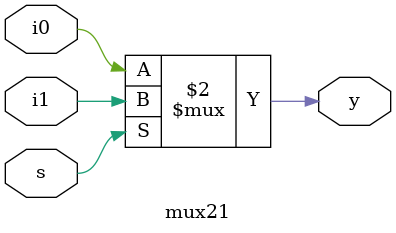
<source format=v>
module mux21(i0,i1,s,y);
   input i0,i1,s;
   output y;
   assign y = (s==1)?i1:i0;

endmodule

</source>
